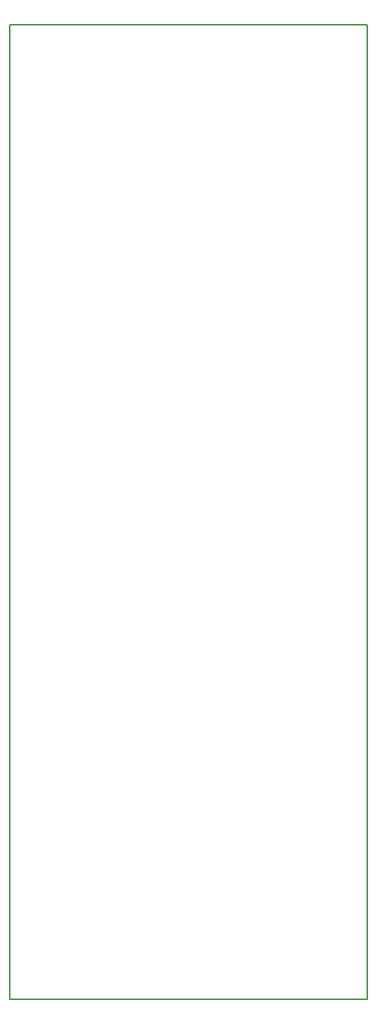
<source format=gbr>
%TF.GenerationSoftware,KiCad,Pcbnew,7.0.6*%
%TF.CreationDate,2023-07-26T19:08:01+01:00*%
%TF.ProjectId,Hypersoniq_Controls,48797065-7273-46f6-9e69-715f436f6e74,rev?*%
%TF.SameCoordinates,Original*%
%TF.FileFunction,Profile,NP*%
%FSLAX46Y46*%
G04 Gerber Fmt 4.6, Leading zero omitted, Abs format (unit mm)*
G04 Created by KiCad (PCBNEW 7.0.6) date 2023-07-26 19:08:01*
%MOMM*%
%LPD*%
G01*
G04 APERTURE LIST*
%TA.AperFunction,Profile*%
%ADD10C,0.150000*%
%TD*%
G04 APERTURE END LIST*
D10*
X50000000Y-40900000D02*
X50000000Y-150900000D01*
X50000000Y-40900000D02*
X90400000Y-40900000D01*
X50000000Y-150900000D02*
X90400000Y-150900000D01*
X90400000Y-40900000D02*
X90400000Y-150900000D01*
M02*

</source>
